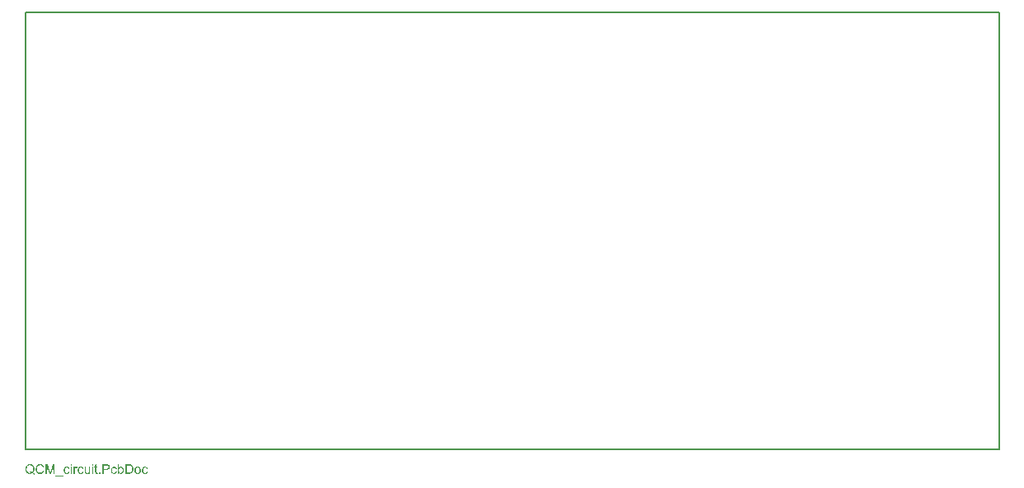
<source format=gm1>
G04*
G04 #@! TF.GenerationSoftware,Altium Limited,Altium Designer,26.1.1 (7)*
G04*
G04 Layer_Color=16711935*
%FSLAX44Y44*%
%MOMM*%
G71*
G04*
G04 #@! TF.SameCoordinates,A118C6E1-3479-42CE-8D72-1BDF69DDE12E*
G04*
G04*
G04 #@! TF.FilePolarity,Positive*
G04*
G01*
G75*
%ADD10C,0.2000*%
G36*
X69696Y-16612D02*
X68497D01*
Y-15245D01*
X69696D01*
Y-16612D01*
D02*
G37*
G36*
X47718D02*
X46520D01*
Y-15245D01*
X47718D01*
Y-16612D01*
D02*
G37*
G36*
X15521Y-15090D02*
X15648Y-15104D01*
X15803Y-15118D01*
X15958Y-15132D01*
X16141Y-15174D01*
X16522Y-15259D01*
X16945Y-15386D01*
X17156Y-15470D01*
X17353Y-15569D01*
X17551Y-15696D01*
X17748Y-15823D01*
X17762Y-15837D01*
X17790Y-15851D01*
X17847Y-15893D01*
X17917Y-15964D01*
X17988Y-16034D01*
X18087Y-16133D01*
X18185Y-16246D01*
X18298Y-16358D01*
X18411Y-16500D01*
X18523Y-16669D01*
X18650Y-16838D01*
X18763Y-17021D01*
X18862Y-17233D01*
X18975Y-17444D01*
X19059Y-17670D01*
X19144Y-17923D01*
X17875Y-18219D01*
Y-18205D01*
X17861Y-18177D01*
X17833Y-18121D01*
X17804Y-18050D01*
X17776Y-17966D01*
X17734Y-17853D01*
X17621Y-17627D01*
X17480Y-17373D01*
X17311Y-17120D01*
X17100Y-16880D01*
X16874Y-16669D01*
X16846Y-16640D01*
X16761Y-16584D01*
X16620Y-16514D01*
X16437Y-16415D01*
X16198Y-16330D01*
X15930Y-16246D01*
X15605Y-16189D01*
X15253Y-16175D01*
X15140D01*
X15070Y-16189D01*
X14971D01*
X14858Y-16204D01*
X14590Y-16246D01*
X14294Y-16302D01*
X13984Y-16401D01*
X13660Y-16542D01*
X13364Y-16725D01*
X13350D01*
X13336Y-16753D01*
X13237Y-16824D01*
X13110Y-16937D01*
X12955Y-17106D01*
X12772Y-17317D01*
X12603Y-17557D01*
X12448Y-17853D01*
X12307Y-18177D01*
Y-18191D01*
X12293Y-18219D01*
X12278Y-18262D01*
X12264Y-18332D01*
X12236Y-18417D01*
X12208Y-18515D01*
X12166Y-18755D01*
X12109Y-19037D01*
X12053Y-19347D01*
X12025Y-19685D01*
X12011Y-20052D01*
Y-20066D01*
Y-20108D01*
Y-20179D01*
Y-20263D01*
X12025Y-20362D01*
Y-20489D01*
X12039Y-20630D01*
X12053Y-20785D01*
X12095Y-21123D01*
X12166Y-21490D01*
X12250Y-21856D01*
X12363Y-22223D01*
Y-22237D01*
X12377Y-22265D01*
X12405Y-22308D01*
X12434Y-22378D01*
X12518Y-22547D01*
X12645Y-22745D01*
X12800Y-22970D01*
X12997Y-23210D01*
X13223Y-23421D01*
X13491Y-23619D01*
X13505D01*
X13533Y-23633D01*
X13575Y-23661D01*
X13632Y-23689D01*
X13702Y-23717D01*
X13787Y-23760D01*
X13984Y-23844D01*
X14238Y-23929D01*
X14520Y-23999D01*
X14830Y-24056D01*
X15154Y-24070D01*
X15253D01*
X15338Y-24056D01*
X15436D01*
X15535Y-24041D01*
X15789Y-23985D01*
X16085Y-23914D01*
X16381Y-23802D01*
X16691Y-23647D01*
X16846Y-23562D01*
X16987Y-23449D01*
X17001Y-23435D01*
X17015Y-23421D01*
X17057Y-23379D01*
X17114Y-23337D01*
X17170Y-23266D01*
X17241Y-23182D01*
X17325Y-23097D01*
X17396Y-22984D01*
X17480Y-22857D01*
X17579Y-22716D01*
X17664Y-22575D01*
X17748Y-22406D01*
X17819Y-22223D01*
X17889Y-22025D01*
X17960Y-21814D01*
X18016Y-21588D01*
X19313Y-21913D01*
Y-21927D01*
X19299Y-21983D01*
X19271Y-22068D01*
X19228Y-22181D01*
X19186Y-22308D01*
X19130Y-22462D01*
X19059Y-22632D01*
X18975Y-22815D01*
X18777Y-23210D01*
X18523Y-23604D01*
X18368Y-23802D01*
X18213Y-23999D01*
X18044Y-24168D01*
X17847Y-24337D01*
X17833Y-24351D01*
X17804Y-24380D01*
X17734Y-24408D01*
X17664Y-24464D01*
X17551Y-24535D01*
X17438Y-24605D01*
X17283Y-24676D01*
X17128Y-24746D01*
X16945Y-24831D01*
X16747Y-24901D01*
X16536Y-24972D01*
X16310Y-25042D01*
X16071Y-25099D01*
X15817Y-25127D01*
X15549Y-25155D01*
X15267Y-25169D01*
X15112D01*
X14999Y-25155D01*
X14872D01*
X14717Y-25141D01*
X14548Y-25113D01*
X14351Y-25085D01*
X13942Y-25014D01*
X13519Y-24901D01*
X13096Y-24746D01*
X12899Y-24648D01*
X12701Y-24535D01*
X12687Y-24521D01*
X12659Y-24507D01*
X12603Y-24464D01*
X12546Y-24408D01*
X12462Y-24351D01*
X12363Y-24267D01*
X12250Y-24168D01*
X12138Y-24056D01*
X12025Y-23929D01*
X11898Y-23802D01*
X11644Y-23477D01*
X11405Y-23097D01*
X11193Y-22674D01*
Y-22660D01*
X11165Y-22618D01*
X11151Y-22547D01*
X11108Y-22462D01*
X11080Y-22350D01*
X11038Y-22209D01*
X10982Y-22054D01*
X10939Y-21885D01*
X10897Y-21701D01*
X10841Y-21490D01*
X10770Y-21053D01*
X10714Y-20559D01*
X10685Y-20052D01*
Y-20038D01*
Y-19981D01*
Y-19897D01*
X10700Y-19798D01*
Y-19657D01*
X10714Y-19516D01*
X10728Y-19333D01*
X10756Y-19150D01*
X10826Y-18741D01*
X10925Y-18290D01*
X11066Y-17839D01*
X11264Y-17402D01*
X11278Y-17388D01*
X11292Y-17345D01*
X11320Y-17289D01*
X11376Y-17219D01*
X11433Y-17120D01*
X11503Y-17007D01*
X11686Y-16753D01*
X11926Y-16471D01*
X12208Y-16189D01*
X12532Y-15907D01*
X12913Y-15668D01*
X12927Y-15654D01*
X12969Y-15640D01*
X13026Y-15611D01*
X13096Y-15569D01*
X13209Y-15527D01*
X13322Y-15484D01*
X13463Y-15428D01*
X13618Y-15372D01*
X13787Y-15315D01*
X13970Y-15259D01*
X14365Y-15174D01*
X14816Y-15104D01*
X15281Y-15076D01*
X15422D01*
X15521Y-15090D01*
D02*
G37*
G36*
X52370Y-17782D02*
X52525Y-17810D01*
X52709Y-17867D01*
X52906Y-17937D01*
X53132Y-18036D01*
X53371Y-18163D01*
X52934Y-19262D01*
X52920Y-19248D01*
X52864Y-19220D01*
X52779Y-19178D01*
X52666Y-19136D01*
X52540Y-19093D01*
X52385Y-19051D01*
X52229Y-19023D01*
X52074Y-19009D01*
X52004D01*
X51933Y-19023D01*
X51835Y-19037D01*
X51736Y-19065D01*
X51609Y-19108D01*
X51482Y-19164D01*
X51370Y-19248D01*
X51355Y-19262D01*
X51313Y-19291D01*
X51271Y-19347D01*
X51200Y-19418D01*
X51130Y-19516D01*
X51059Y-19629D01*
X50989Y-19756D01*
X50932Y-19911D01*
X50918Y-19939D01*
X50904Y-20024D01*
X50876Y-20151D01*
X50834Y-20320D01*
X50792Y-20531D01*
X50763Y-20771D01*
X50749Y-21025D01*
X50735Y-21307D01*
Y-25000D01*
X49537D01*
Y-17923D01*
X50622D01*
Y-18995D01*
X50636Y-18981D01*
X50693Y-18882D01*
X50763Y-18755D01*
X50876Y-18600D01*
X50989Y-18445D01*
X51116Y-18276D01*
X51243Y-18135D01*
X51370Y-18022D01*
X51384Y-18008D01*
X51426Y-17980D01*
X51510Y-17937D01*
X51595Y-17895D01*
X51708Y-17853D01*
X51849Y-17810D01*
X51990Y-17782D01*
X52145Y-17768D01*
X52243D01*
X52370Y-17782D01*
D02*
G37*
G36*
X123095D02*
X123180D01*
X123292Y-17796D01*
X123560Y-17839D01*
X123856Y-17909D01*
X124166Y-18022D01*
X124476Y-18163D01*
X124773Y-18360D01*
X124787D01*
X124801Y-18389D01*
X124885Y-18473D01*
X125012Y-18600D01*
X125167Y-18783D01*
X125322Y-19009D01*
X125477Y-19291D01*
X125618Y-19615D01*
X125717Y-19996D01*
X124547Y-20179D01*
Y-20165D01*
X124533Y-20151D01*
X124519Y-20066D01*
X124476Y-19939D01*
X124406Y-19784D01*
X124335Y-19615D01*
X124223Y-19432D01*
X124096Y-19262D01*
X123955Y-19122D01*
X123941Y-19108D01*
X123884Y-19065D01*
X123786Y-19009D01*
X123673Y-18938D01*
X123518Y-18868D01*
X123349Y-18811D01*
X123151Y-18769D01*
X122940Y-18755D01*
X122855D01*
X122785Y-18769D01*
X122630Y-18783D01*
X122418Y-18840D01*
X122193Y-18910D01*
X121939Y-19023D01*
X121699Y-19192D01*
X121587Y-19291D01*
X121474Y-19404D01*
Y-19418D01*
X121446Y-19432D01*
X121418Y-19474D01*
X121389Y-19530D01*
X121347Y-19601D01*
X121291Y-19685D01*
X121248Y-19784D01*
X121192Y-19897D01*
X121136Y-20038D01*
X121093Y-20193D01*
X121037Y-20362D01*
X120995Y-20545D01*
X120966Y-20743D01*
X120938Y-20968D01*
X120910Y-21208D01*
Y-21462D01*
Y-21476D01*
Y-21518D01*
Y-21603D01*
X120924Y-21687D01*
Y-21814D01*
X120938Y-21941D01*
X120981Y-22251D01*
X121037Y-22589D01*
X121136Y-22942D01*
X121262Y-23252D01*
X121347Y-23407D01*
X121446Y-23534D01*
X121474Y-23562D01*
X121544Y-23633D01*
X121671Y-23731D01*
X121826Y-23844D01*
X122038Y-23971D01*
X122277Y-24070D01*
X122559Y-24140D01*
X122714Y-24154D01*
X122870Y-24168D01*
X122898D01*
X122982Y-24154D01*
X123123Y-24140D01*
X123278Y-24112D01*
X123462Y-24070D01*
X123659Y-23985D01*
X123856Y-23886D01*
X124039Y-23745D01*
X124068Y-23731D01*
X124110Y-23661D01*
X124195Y-23562D01*
X124293Y-23407D01*
X124392Y-23224D01*
X124505Y-22998D01*
X124589Y-22716D01*
X124646Y-22406D01*
X125830Y-22561D01*
Y-22575D01*
X125816Y-22618D01*
X125802Y-22674D01*
X125787Y-22759D01*
X125759Y-22871D01*
X125731Y-22984D01*
X125632Y-23266D01*
X125506Y-23562D01*
X125322Y-23886D01*
X125097Y-24197D01*
X124970Y-24337D01*
X124829Y-24478D01*
X124815Y-24492D01*
X124787Y-24507D01*
X124744Y-24535D01*
X124688Y-24577D01*
X124618Y-24634D01*
X124519Y-24690D01*
X124406Y-24746D01*
X124293Y-24817D01*
X124011Y-24944D01*
X123673Y-25042D01*
X123307Y-25127D01*
X123095Y-25141D01*
X122884Y-25155D01*
X122743D01*
X122644Y-25141D01*
X122517Y-25127D01*
X122376Y-25099D01*
X122221Y-25071D01*
X122052Y-25042D01*
X121671Y-24929D01*
X121488Y-24845D01*
X121291Y-24760D01*
X121093Y-24648D01*
X120910Y-24521D01*
X120727Y-24380D01*
X120557Y-24211D01*
X120543Y-24197D01*
X120515Y-24168D01*
X120473Y-24112D01*
X120417Y-24041D01*
X120360Y-23943D01*
X120276Y-23816D01*
X120205Y-23675D01*
X120120Y-23520D01*
X120036Y-23337D01*
X119965Y-23125D01*
X119881Y-22914D01*
X119824Y-22660D01*
X119768Y-22406D01*
X119726Y-22110D01*
X119698Y-21814D01*
X119684Y-21490D01*
Y-21476D01*
Y-21433D01*
Y-21377D01*
Y-21293D01*
X119698Y-21194D01*
Y-21081D01*
X119712Y-20954D01*
X119726Y-20813D01*
X119768Y-20503D01*
X119839Y-20165D01*
X119923Y-19826D01*
X120050Y-19488D01*
Y-19474D01*
X120064Y-19446D01*
X120092Y-19404D01*
X120120Y-19347D01*
X120205Y-19192D01*
X120332Y-19009D01*
X120501Y-18797D01*
X120698Y-18586D01*
X120938Y-18374D01*
X121206Y-18205D01*
X121220D01*
X121248Y-18191D01*
X121291Y-18163D01*
X121347Y-18135D01*
X121418Y-18107D01*
X121502Y-18064D01*
X121713Y-17980D01*
X121953Y-17909D01*
X122249Y-17839D01*
X122559Y-17782D01*
X122898Y-17768D01*
X123010D01*
X123095Y-17782D01*
D02*
G37*
G36*
X91264D02*
X91349D01*
X91461Y-17796D01*
X91729Y-17839D01*
X92025Y-17909D01*
X92335Y-18022D01*
X92646Y-18163D01*
X92942Y-18360D01*
X92956D01*
X92970Y-18389D01*
X93054Y-18473D01*
X93181Y-18600D01*
X93336Y-18783D01*
X93491Y-19009D01*
X93646Y-19291D01*
X93787Y-19615D01*
X93886Y-19996D01*
X92716Y-20179D01*
Y-20165D01*
X92702Y-20151D01*
X92688Y-20066D01*
X92646Y-19939D01*
X92575Y-19784D01*
X92505Y-19615D01*
X92392Y-19432D01*
X92265Y-19262D01*
X92124Y-19122D01*
X92110Y-19108D01*
X92053Y-19065D01*
X91955Y-19009D01*
X91842Y-18938D01*
X91687Y-18868D01*
X91518Y-18811D01*
X91320Y-18769D01*
X91109Y-18755D01*
X91024D01*
X90954Y-18769D01*
X90799Y-18783D01*
X90587Y-18840D01*
X90362Y-18910D01*
X90108Y-19023D01*
X89868Y-19192D01*
X89756Y-19291D01*
X89643Y-19404D01*
Y-19418D01*
X89615Y-19432D01*
X89586Y-19474D01*
X89558Y-19530D01*
X89516Y-19601D01*
X89460Y-19685D01*
X89417Y-19784D01*
X89361Y-19897D01*
X89305Y-20038D01*
X89262Y-20193D01*
X89206Y-20362D01*
X89164Y-20545D01*
X89135Y-20743D01*
X89107Y-20968D01*
X89079Y-21208D01*
Y-21462D01*
Y-21476D01*
Y-21518D01*
Y-21603D01*
X89093Y-21687D01*
Y-21814D01*
X89107Y-21941D01*
X89149Y-22251D01*
X89206Y-22589D01*
X89305Y-22942D01*
X89431Y-23252D01*
X89516Y-23407D01*
X89615Y-23534D01*
X89643Y-23562D01*
X89713Y-23633D01*
X89840Y-23731D01*
X89995Y-23844D01*
X90207Y-23971D01*
X90446Y-24070D01*
X90728Y-24140D01*
X90883Y-24154D01*
X91038Y-24168D01*
X91067D01*
X91151Y-24154D01*
X91292Y-24140D01*
X91447Y-24112D01*
X91630Y-24070D01*
X91828Y-23985D01*
X92025Y-23886D01*
X92208Y-23745D01*
X92237Y-23731D01*
X92279Y-23661D01*
X92364Y-23562D01*
X92462Y-23407D01*
X92561Y-23224D01*
X92674Y-22998D01*
X92758Y-22716D01*
X92815Y-22406D01*
X93999Y-22561D01*
Y-22575D01*
X93985Y-22618D01*
X93971Y-22674D01*
X93956Y-22759D01*
X93928Y-22871D01*
X93900Y-22984D01*
X93801Y-23266D01*
X93675Y-23562D01*
X93491Y-23886D01*
X93266Y-24197D01*
X93139Y-24337D01*
X92998Y-24478D01*
X92984Y-24492D01*
X92956Y-24507D01*
X92913Y-24535D01*
X92857Y-24577D01*
X92787Y-24634D01*
X92688Y-24690D01*
X92575Y-24746D01*
X92462Y-24817D01*
X92180Y-24944D01*
X91842Y-25042D01*
X91475Y-25127D01*
X91264Y-25141D01*
X91053Y-25155D01*
X90912D01*
X90813Y-25141D01*
X90686Y-25127D01*
X90545Y-25099D01*
X90390Y-25071D01*
X90221Y-25042D01*
X89840Y-24929D01*
X89657Y-24845D01*
X89460Y-24760D01*
X89262Y-24648D01*
X89079Y-24521D01*
X88896Y-24380D01*
X88727Y-24211D01*
X88712Y-24197D01*
X88684Y-24168D01*
X88642Y-24112D01*
X88586Y-24041D01*
X88529Y-23943D01*
X88445Y-23816D01*
X88374Y-23675D01*
X88289Y-23520D01*
X88205Y-23337D01*
X88134Y-23125D01*
X88050Y-22914D01*
X87993Y-22660D01*
X87937Y-22406D01*
X87895Y-22110D01*
X87867Y-21814D01*
X87852Y-21490D01*
Y-21476D01*
Y-21433D01*
Y-21377D01*
Y-21293D01*
X87867Y-21194D01*
Y-21081D01*
X87881Y-20954D01*
X87895Y-20813D01*
X87937Y-20503D01*
X88008Y-20165D01*
X88092Y-19826D01*
X88219Y-19488D01*
Y-19474D01*
X88233Y-19446D01*
X88261Y-19404D01*
X88289Y-19347D01*
X88374Y-19192D01*
X88501Y-19009D01*
X88670Y-18797D01*
X88868Y-18586D01*
X89107Y-18374D01*
X89375Y-18205D01*
X89389D01*
X89417Y-18191D01*
X89460Y-18163D01*
X89516Y-18135D01*
X89586Y-18107D01*
X89671Y-18064D01*
X89882Y-17980D01*
X90122Y-17909D01*
X90418Y-17839D01*
X90728Y-17782D01*
X91067Y-17768D01*
X91179D01*
X91264Y-17782D01*
D02*
G37*
G36*
X57149D02*
X57234D01*
X57347Y-17796D01*
X57614Y-17839D01*
X57910Y-17909D01*
X58221Y-18022D01*
X58531Y-18163D01*
X58827Y-18360D01*
X58841D01*
X58855Y-18389D01*
X58940Y-18473D01*
X59066Y-18600D01*
X59222Y-18783D01*
X59377Y-19009D01*
X59532Y-19291D01*
X59673Y-19615D01*
X59771Y-19996D01*
X58601Y-20179D01*
Y-20165D01*
X58587Y-20151D01*
X58573Y-20066D01*
X58531Y-19939D01*
X58460Y-19784D01*
X58390Y-19615D01*
X58277Y-19432D01*
X58150Y-19262D01*
X58009Y-19122D01*
X57995Y-19108D01*
X57939Y-19065D01*
X57840Y-19009D01*
X57727Y-18938D01*
X57572Y-18868D01*
X57403Y-18811D01*
X57206Y-18769D01*
X56994Y-18755D01*
X56910D01*
X56839Y-18769D01*
X56684Y-18783D01*
X56473Y-18840D01*
X56247Y-18910D01*
X55993Y-19023D01*
X55754Y-19192D01*
X55641Y-19291D01*
X55528Y-19404D01*
Y-19418D01*
X55500Y-19432D01*
X55472Y-19474D01*
X55444Y-19530D01*
X55401Y-19601D01*
X55345Y-19685D01*
X55303Y-19784D01*
X55246Y-19897D01*
X55190Y-20038D01*
X55148Y-20193D01*
X55091Y-20362D01*
X55049Y-20545D01*
X55021Y-20743D01*
X54992Y-20968D01*
X54964Y-21208D01*
Y-21462D01*
Y-21476D01*
Y-21518D01*
Y-21603D01*
X54978Y-21687D01*
Y-21814D01*
X54992Y-21941D01*
X55035Y-22251D01*
X55091Y-22589D01*
X55190Y-22942D01*
X55317Y-23252D01*
X55401Y-23407D01*
X55500Y-23534D01*
X55528Y-23562D01*
X55599Y-23633D01*
X55725Y-23731D01*
X55880Y-23844D01*
X56092Y-23971D01*
X56332Y-24070D01*
X56614Y-24140D01*
X56769Y-24154D01*
X56924Y-24168D01*
X56952D01*
X57036Y-24154D01*
X57177Y-24140D01*
X57333Y-24112D01*
X57516Y-24070D01*
X57713Y-23985D01*
X57910Y-23886D01*
X58094Y-23745D01*
X58122Y-23731D01*
X58164Y-23661D01*
X58249Y-23562D01*
X58348Y-23407D01*
X58446Y-23224D01*
X58559Y-22998D01*
X58643Y-22716D01*
X58700Y-22406D01*
X59884Y-22561D01*
Y-22575D01*
X59870Y-22618D01*
X59856Y-22674D01*
X59842Y-22759D01*
X59814Y-22871D01*
X59785Y-22984D01*
X59687Y-23266D01*
X59560Y-23562D01*
X59377Y-23886D01*
X59151Y-24197D01*
X59024Y-24337D01*
X58883Y-24478D01*
X58869Y-24492D01*
X58841Y-24507D01*
X58799Y-24535D01*
X58742Y-24577D01*
X58672Y-24634D01*
X58573Y-24690D01*
X58460Y-24746D01*
X58348Y-24817D01*
X58066Y-24944D01*
X57727Y-25042D01*
X57361Y-25127D01*
X57149Y-25141D01*
X56938Y-25155D01*
X56797D01*
X56698Y-25141D01*
X56571Y-25127D01*
X56430Y-25099D01*
X56275Y-25071D01*
X56106Y-25042D01*
X55725Y-24929D01*
X55542Y-24845D01*
X55345Y-24760D01*
X55148Y-24648D01*
X54964Y-24521D01*
X54781Y-24380D01*
X54612Y-24211D01*
X54598Y-24197D01*
X54570Y-24168D01*
X54527Y-24112D01*
X54471Y-24041D01*
X54414Y-23943D01*
X54330Y-23816D01*
X54259Y-23675D01*
X54175Y-23520D01*
X54090Y-23337D01*
X54020Y-23125D01*
X53935Y-22914D01*
X53879Y-22660D01*
X53822Y-22406D01*
X53780Y-22110D01*
X53752Y-21814D01*
X53738Y-21490D01*
Y-21476D01*
Y-21433D01*
Y-21377D01*
Y-21293D01*
X53752Y-21194D01*
Y-21081D01*
X53766Y-20954D01*
X53780Y-20813D01*
X53822Y-20503D01*
X53893Y-20165D01*
X53977Y-19826D01*
X54104Y-19488D01*
Y-19474D01*
X54118Y-19446D01*
X54147Y-19404D01*
X54175Y-19347D01*
X54259Y-19192D01*
X54386Y-19009D01*
X54555Y-18797D01*
X54753Y-18586D01*
X54992Y-18374D01*
X55260Y-18205D01*
X55274D01*
X55303Y-18191D01*
X55345Y-18163D01*
X55401Y-18135D01*
X55472Y-18107D01*
X55556Y-18064D01*
X55768Y-17980D01*
X56007Y-17909D01*
X56303Y-17839D01*
X56614Y-17782D01*
X56952Y-17768D01*
X57065D01*
X57149Y-17782D01*
D02*
G37*
G36*
X42756D02*
X42841D01*
X42954Y-17796D01*
X43221Y-17839D01*
X43517Y-17909D01*
X43828Y-18022D01*
X44138Y-18163D01*
X44434Y-18360D01*
X44448D01*
X44462Y-18389D01*
X44546Y-18473D01*
X44673Y-18600D01*
X44829Y-18783D01*
X44984Y-19009D01*
X45139Y-19291D01*
X45280Y-19615D01*
X45378Y-19996D01*
X44208Y-20179D01*
Y-20165D01*
X44194Y-20151D01*
X44180Y-20066D01*
X44138Y-19939D01*
X44067Y-19784D01*
X43997Y-19615D01*
X43884Y-19432D01*
X43757Y-19262D01*
X43616Y-19122D01*
X43602Y-19108D01*
X43546Y-19065D01*
X43447Y-19009D01*
X43334Y-18938D01*
X43179Y-18868D01*
X43010Y-18811D01*
X42813Y-18769D01*
X42601Y-18755D01*
X42517D01*
X42446Y-18769D01*
X42291Y-18783D01*
X42080Y-18840D01*
X41854Y-18910D01*
X41600Y-19023D01*
X41361Y-19192D01*
X41248Y-19291D01*
X41135Y-19404D01*
Y-19418D01*
X41107Y-19432D01*
X41079Y-19474D01*
X41051Y-19530D01*
X41008Y-19601D01*
X40952Y-19685D01*
X40910Y-19784D01*
X40853Y-19897D01*
X40797Y-20038D01*
X40754Y-20193D01*
X40698Y-20362D01*
X40656Y-20545D01*
X40628Y-20743D01*
X40599Y-20968D01*
X40571Y-21208D01*
Y-21462D01*
Y-21476D01*
Y-21518D01*
Y-21603D01*
X40585Y-21687D01*
Y-21814D01*
X40599Y-21941D01*
X40642Y-22251D01*
X40698Y-22589D01*
X40797Y-22942D01*
X40924Y-23252D01*
X41008Y-23407D01*
X41107Y-23534D01*
X41135Y-23562D01*
X41206Y-23633D01*
X41332Y-23731D01*
X41487Y-23844D01*
X41699Y-23971D01*
X41939Y-24070D01*
X42221Y-24140D01*
X42376Y-24154D01*
X42531Y-24168D01*
X42559D01*
X42643Y-24154D01*
X42784Y-24140D01*
X42940Y-24112D01*
X43123Y-24070D01*
X43320Y-23985D01*
X43517Y-23886D01*
X43701Y-23745D01*
X43729Y-23731D01*
X43771Y-23661D01*
X43856Y-23562D01*
X43954Y-23407D01*
X44053Y-23224D01*
X44166Y-22998D01*
X44250Y-22716D01*
X44307Y-22406D01*
X45491Y-22561D01*
Y-22575D01*
X45477Y-22618D01*
X45463Y-22674D01*
X45449Y-22759D01*
X45420Y-22871D01*
X45392Y-22984D01*
X45294Y-23266D01*
X45167Y-23562D01*
X44984Y-23886D01*
X44758Y-24197D01*
X44631Y-24337D01*
X44490Y-24478D01*
X44476Y-24492D01*
X44448Y-24507D01*
X44405Y-24535D01*
X44349Y-24577D01*
X44279Y-24634D01*
X44180Y-24690D01*
X44067Y-24746D01*
X43954Y-24817D01*
X43672Y-24944D01*
X43334Y-25042D01*
X42968Y-25127D01*
X42756Y-25141D01*
X42545Y-25155D01*
X42404D01*
X42305Y-25141D01*
X42178Y-25127D01*
X42037Y-25099D01*
X41882Y-25071D01*
X41713Y-25042D01*
X41332Y-24929D01*
X41149Y-24845D01*
X40952Y-24760D01*
X40754Y-24648D01*
X40571Y-24521D01*
X40388Y-24380D01*
X40219Y-24211D01*
X40205Y-24197D01*
X40176Y-24168D01*
X40134Y-24112D01*
X40078Y-24041D01*
X40021Y-23943D01*
X39937Y-23816D01*
X39866Y-23675D01*
X39782Y-23520D01*
X39697Y-23337D01*
X39627Y-23125D01*
X39542Y-22914D01*
X39486Y-22660D01*
X39429Y-22406D01*
X39387Y-22110D01*
X39359Y-21814D01*
X39345Y-21490D01*
Y-21476D01*
Y-21433D01*
Y-21377D01*
Y-21293D01*
X39359Y-21194D01*
Y-21081D01*
X39373Y-20954D01*
X39387Y-20813D01*
X39429Y-20503D01*
X39500Y-20165D01*
X39584Y-19826D01*
X39711Y-19488D01*
Y-19474D01*
X39725Y-19446D01*
X39753Y-19404D01*
X39782Y-19347D01*
X39866Y-19192D01*
X39993Y-19009D01*
X40162Y-18797D01*
X40360Y-18586D01*
X40599Y-18374D01*
X40867Y-18205D01*
X40881D01*
X40910Y-18191D01*
X40952Y-18163D01*
X41008Y-18135D01*
X41079Y-18107D01*
X41163Y-18064D01*
X41375Y-17980D01*
X41614Y-17909D01*
X41910Y-17839D01*
X42221Y-17782D01*
X42559Y-17768D01*
X42672D01*
X42756Y-17782D01*
D02*
G37*
G36*
X30168Y-25000D02*
X28927D01*
Y-16838D01*
X26079Y-25000D01*
X24924D01*
X22104Y-16697D01*
Y-25000D01*
X20864D01*
Y-15245D01*
X22795D01*
X25107Y-22167D01*
Y-22181D01*
X25121Y-22209D01*
X25135Y-22251D01*
X25163Y-22322D01*
X25220Y-22491D01*
X25290Y-22702D01*
X25361Y-22942D01*
X25445Y-23182D01*
X25516Y-23407D01*
X25572Y-23604D01*
X25586Y-23576D01*
X25600Y-23506D01*
X25642Y-23379D01*
X25699Y-23210D01*
X25769Y-22984D01*
X25868Y-22716D01*
X25967Y-22406D01*
X26093Y-22040D01*
X28434Y-15245D01*
X30168D01*
Y-25000D01*
D02*
G37*
G36*
X66622D02*
X65551D01*
Y-23971D01*
X65537Y-23985D01*
X65509Y-24027D01*
X65466Y-24084D01*
X65396Y-24154D01*
X65311Y-24239D01*
X65213Y-24351D01*
X65100Y-24450D01*
X64959Y-24563D01*
X64804Y-24676D01*
X64635Y-24774D01*
X64451Y-24873D01*
X64254Y-24972D01*
X64029Y-25042D01*
X63803Y-25099D01*
X63549Y-25141D01*
X63295Y-25155D01*
X63197D01*
X63070Y-25141D01*
X62915Y-25127D01*
X62732Y-25099D01*
X62534Y-25056D01*
X62337Y-25000D01*
X62126Y-24915D01*
X62097Y-24901D01*
X62041Y-24873D01*
X61942Y-24817D01*
X61829Y-24746D01*
X61688Y-24662D01*
X61562Y-24563D01*
X61435Y-24450D01*
X61322Y-24323D01*
X61308Y-24309D01*
X61280Y-24253D01*
X61237Y-24182D01*
X61181Y-24070D01*
X61111Y-23943D01*
X61054Y-23788D01*
X60998Y-23619D01*
X60955Y-23435D01*
Y-23421D01*
X60941Y-23365D01*
X60927Y-23280D01*
Y-23167D01*
X60913Y-22998D01*
X60899Y-22815D01*
X60885Y-22575D01*
Y-22308D01*
Y-17923D01*
X62083D01*
Y-21856D01*
Y-21871D01*
Y-21899D01*
Y-21941D01*
Y-22011D01*
Y-22167D01*
X62097Y-22364D01*
Y-22575D01*
X62111Y-22787D01*
X62126Y-22970D01*
X62154Y-23125D01*
Y-23139D01*
X62182Y-23196D01*
X62210Y-23280D01*
X62252Y-23393D01*
X62323Y-23506D01*
X62407Y-23633D01*
X62506Y-23745D01*
X62633Y-23858D01*
X62647Y-23872D01*
X62703Y-23900D01*
X62774Y-23943D01*
X62887Y-23985D01*
X63014Y-24041D01*
X63169Y-24084D01*
X63338Y-24112D01*
X63535Y-24126D01*
X63634D01*
X63733Y-24112D01*
X63859Y-24098D01*
X64015Y-24056D01*
X64184Y-24013D01*
X64367Y-23943D01*
X64550Y-23858D01*
X64578Y-23844D01*
X64635Y-23802D01*
X64719Y-23745D01*
X64818Y-23661D01*
X64931Y-23548D01*
X65044Y-23421D01*
X65142Y-23280D01*
X65227Y-23111D01*
X65241Y-23083D01*
X65255Y-23026D01*
X65283Y-22914D01*
X65325Y-22759D01*
X65368Y-22561D01*
X65396Y-22322D01*
X65410Y-22040D01*
X65424Y-21715D01*
Y-17923D01*
X66622D01*
Y-25000D01*
D02*
G37*
G36*
X106771Y-15259D02*
X107053Y-15273D01*
X107335Y-15301D01*
X107617Y-15344D01*
X107856Y-15386D01*
X107870D01*
X107898Y-15400D01*
X107941D01*
X107997Y-15428D01*
X108152Y-15470D01*
X108350Y-15541D01*
X108575Y-15640D01*
X108815Y-15767D01*
X109054Y-15907D01*
X109280Y-16091D01*
X109294Y-16105D01*
X109308Y-16119D01*
X109350Y-16161D01*
X109407Y-16204D01*
X109548Y-16344D01*
X109717Y-16542D01*
X109900Y-16781D01*
X110098Y-17063D01*
X110281Y-17388D01*
X110436Y-17754D01*
Y-17768D01*
X110450Y-17796D01*
X110478Y-17853D01*
X110492Y-17937D01*
X110535Y-18036D01*
X110563Y-18149D01*
X110591Y-18276D01*
X110633Y-18431D01*
X110675Y-18586D01*
X110704Y-18769D01*
X110774Y-19164D01*
X110816Y-19601D01*
X110831Y-20080D01*
Y-20094D01*
Y-20122D01*
Y-20193D01*
Y-20263D01*
X110816Y-20362D01*
Y-20475D01*
X110802Y-20743D01*
X110760Y-21053D01*
X110718Y-21377D01*
X110647Y-21715D01*
X110563Y-22054D01*
Y-22068D01*
X110549Y-22096D01*
X110535Y-22138D01*
X110520Y-22195D01*
X110464Y-22350D01*
X110379Y-22547D01*
X110295Y-22773D01*
X110182Y-22998D01*
X110041Y-23238D01*
X109900Y-23463D01*
X109886Y-23492D01*
X109830Y-23562D01*
X109745Y-23661D01*
X109632Y-23788D01*
X109506Y-23929D01*
X109350Y-24070D01*
X109195Y-24225D01*
X109012Y-24351D01*
X108984Y-24366D01*
X108927Y-24408D01*
X108829Y-24464D01*
X108688Y-24535D01*
X108519Y-24619D01*
X108321Y-24690D01*
X108096Y-24774D01*
X107842Y-24845D01*
X107814D01*
X107772Y-24859D01*
X107729Y-24873D01*
X107588Y-24887D01*
X107391Y-24915D01*
X107165Y-24944D01*
X106898Y-24972D01*
X106601Y-24986D01*
X106277Y-25000D01*
X102767D01*
Y-15245D01*
X106517D01*
X106771Y-15259D01*
D02*
G37*
G36*
X83482D02*
X83722Y-15273D01*
X83976Y-15287D01*
X84215Y-15315D01*
X84427Y-15344D01*
X84455D01*
X84554Y-15372D01*
X84681Y-15400D01*
X84850Y-15442D01*
X85033Y-15513D01*
X85231Y-15597D01*
X85442Y-15696D01*
X85625Y-15809D01*
X85653Y-15823D01*
X85710Y-15865D01*
X85794Y-15950D01*
X85907Y-16048D01*
X86034Y-16175D01*
X86161Y-16344D01*
X86302Y-16528D01*
X86415Y-16739D01*
X86429Y-16767D01*
X86457Y-16838D01*
X86513Y-16965D01*
X86570Y-17134D01*
X86612Y-17331D01*
X86668Y-17557D01*
X86697Y-17810D01*
X86711Y-18078D01*
Y-18092D01*
Y-18135D01*
Y-18191D01*
X86697Y-18290D01*
X86683Y-18389D01*
X86668Y-18515D01*
X86640Y-18656D01*
X86612Y-18811D01*
X86513Y-19136D01*
X86457Y-19305D01*
X86372Y-19488D01*
X86274Y-19671D01*
X86175Y-19841D01*
X86048Y-20010D01*
X85907Y-20179D01*
X85893Y-20193D01*
X85865Y-20221D01*
X85822Y-20263D01*
X85752Y-20306D01*
X85667Y-20376D01*
X85555Y-20447D01*
X85414Y-20531D01*
X85259Y-20602D01*
X85075Y-20686D01*
X84864Y-20771D01*
X84638Y-20841D01*
X84370Y-20898D01*
X84089Y-20954D01*
X83778Y-20996D01*
X83426Y-21025D01*
X83060Y-21039D01*
X80564D01*
Y-25000D01*
X79267D01*
Y-15245D01*
X83271D01*
X83482Y-15259D01*
D02*
G37*
G36*
X77026Y-25000D02*
X75659D01*
Y-23633D01*
X77026D01*
Y-25000D01*
D02*
G37*
G36*
X69696D02*
X68497D01*
Y-17923D01*
X69696D01*
Y-25000D01*
D02*
G37*
G36*
X47718D02*
X46520D01*
Y-17923D01*
X47718D01*
Y-25000D01*
D02*
G37*
G36*
X72924Y-17923D02*
X74136D01*
Y-18854D01*
X72924D01*
Y-23012D01*
Y-23040D01*
Y-23097D01*
Y-23182D01*
X72938Y-23280D01*
X72952Y-23506D01*
X72966Y-23604D01*
X72980Y-23675D01*
X72994Y-23703D01*
X73037Y-23760D01*
X73093Y-23830D01*
X73192Y-23900D01*
X73220Y-23914D01*
X73290Y-23943D01*
X73417Y-23971D01*
X73600Y-23985D01*
X73741D01*
X73812Y-23971D01*
X73911D01*
X74023Y-23957D01*
X74136Y-23943D01*
X74291Y-25000D01*
X74263D01*
X74207Y-25014D01*
X74108Y-25028D01*
X73981Y-25042D01*
X73840Y-25071D01*
X73685Y-25085D01*
X73375Y-25099D01*
X73262D01*
X73149Y-25085D01*
X73008Y-25071D01*
X72839Y-25056D01*
X72670Y-25014D01*
X72515Y-24972D01*
X72360Y-24901D01*
X72346Y-24887D01*
X72304Y-24859D01*
X72247Y-24817D01*
X72162Y-24746D01*
X72092Y-24676D01*
X72007Y-24577D01*
X71923Y-24478D01*
X71866Y-24351D01*
Y-24337D01*
X71838Y-24281D01*
X71824Y-24182D01*
X71796Y-24041D01*
X71768Y-23858D01*
X71754Y-23745D01*
Y-23619D01*
X71740Y-23463D01*
X71726Y-23308D01*
Y-23139D01*
Y-22942D01*
Y-18854D01*
X70837D01*
Y-17923D01*
X71726D01*
Y-16175D01*
X72924Y-15456D01*
Y-17923D01*
D02*
G37*
G36*
X115553Y-17782D02*
X115680Y-17796D01*
X115821Y-17825D01*
X115976Y-17853D01*
X116159Y-17881D01*
X116540Y-18008D01*
X116737Y-18078D01*
X116935Y-18177D01*
X117132Y-18276D01*
X117329Y-18417D01*
X117513Y-18558D01*
X117696Y-18727D01*
X117710Y-18741D01*
X117738Y-18769D01*
X117780Y-18826D01*
X117837Y-18896D01*
X117907Y-18995D01*
X117992Y-19122D01*
X118076Y-19262D01*
X118161Y-19418D01*
X118246Y-19587D01*
X118330Y-19798D01*
X118415Y-20010D01*
X118485Y-20249D01*
X118542Y-20503D01*
X118584Y-20771D01*
X118612Y-21053D01*
X118626Y-21363D01*
Y-21377D01*
Y-21419D01*
Y-21490D01*
Y-21588D01*
X118612Y-21701D01*
X118598Y-21842D01*
Y-21983D01*
X118570Y-22138D01*
X118528Y-22491D01*
X118443Y-22843D01*
X118344Y-23196D01*
X118203Y-23520D01*
Y-23534D01*
X118189Y-23548D01*
X118161Y-23590D01*
X118133Y-23647D01*
X118034Y-23788D01*
X117907Y-23957D01*
X117738Y-24154D01*
X117527Y-24351D01*
X117287Y-24549D01*
X117005Y-24732D01*
X116991D01*
X116977Y-24746D01*
X116935Y-24774D01*
X116864Y-24803D01*
X116794Y-24831D01*
X116709Y-24859D01*
X116498Y-24944D01*
X116258Y-25014D01*
X115962Y-25085D01*
X115652Y-25141D01*
X115314Y-25155D01*
X115173D01*
X115060Y-25141D01*
X114933Y-25127D01*
X114792Y-25099D01*
X114623Y-25071D01*
X114453Y-25042D01*
X114073Y-24929D01*
X113862Y-24845D01*
X113664Y-24760D01*
X113467Y-24648D01*
X113269Y-24521D01*
X113086Y-24380D01*
X112903Y-24211D01*
X112889Y-24197D01*
X112861Y-24168D01*
X112818Y-24112D01*
X112762Y-24027D01*
X112691Y-23929D01*
X112621Y-23816D01*
X112536Y-23675D01*
X112452Y-23506D01*
X112367Y-23323D01*
X112283Y-23111D01*
X112212Y-22885D01*
X112142Y-22646D01*
X112085Y-22378D01*
X112043Y-22096D01*
X112015Y-21786D01*
X112001Y-21462D01*
Y-21433D01*
Y-21377D01*
X112015Y-21278D01*
Y-21137D01*
X112029Y-20982D01*
X112057Y-20785D01*
X112085Y-20588D01*
X112142Y-20362D01*
X112198Y-20136D01*
X112268Y-19897D01*
X112353Y-19643D01*
X112466Y-19404D01*
X112579Y-19178D01*
X112734Y-18952D01*
X112889Y-18741D01*
X113086Y-18558D01*
X113100Y-18544D01*
X113128Y-18529D01*
X113185Y-18487D01*
X113255Y-18431D01*
X113340Y-18374D01*
X113453Y-18304D01*
X113565Y-18233D01*
X113706Y-18163D01*
X113862Y-18092D01*
X114031Y-18022D01*
X114411Y-17895D01*
X114848Y-17796D01*
X115074Y-17782D01*
X115314Y-17768D01*
X115454D01*
X115553Y-17782D01*
D02*
G37*
G36*
X96198Y-18727D02*
X96212Y-18713D01*
X96226Y-18685D01*
X96268Y-18642D01*
X96339Y-18572D01*
X96409Y-18501D01*
X96494Y-18417D01*
X96607Y-18332D01*
X96720Y-18247D01*
X97001Y-18064D01*
X97326Y-17923D01*
X97509Y-17853D01*
X97706Y-17810D01*
X97918Y-17782D01*
X98129Y-17768D01*
X98242D01*
X98369Y-17782D01*
X98524Y-17796D01*
X98707Y-17839D01*
X98919Y-17881D01*
X99144Y-17952D01*
X99356Y-18036D01*
X99384Y-18050D01*
X99454Y-18078D01*
X99567Y-18149D01*
X99694Y-18233D01*
X99849Y-18332D01*
X100004Y-18459D01*
X100173Y-18614D01*
X100314Y-18783D01*
X100328Y-18797D01*
X100371Y-18868D01*
X100441Y-18966D01*
X100526Y-19093D01*
X100624Y-19262D01*
X100723Y-19460D01*
X100822Y-19685D01*
X100906Y-19925D01*
Y-19939D01*
X100920Y-19953D01*
X100934Y-19996D01*
X100949Y-20038D01*
X100977Y-20179D01*
X101019Y-20362D01*
X101061Y-20573D01*
X101104Y-20813D01*
X101118Y-21081D01*
X101132Y-21363D01*
Y-21377D01*
Y-21448D01*
Y-21532D01*
X101118Y-21659D01*
X101104Y-21814D01*
X101090Y-21983D01*
X101061Y-22181D01*
X101019Y-22392D01*
X100906Y-22843D01*
X100836Y-23083D01*
X100751Y-23308D01*
X100653Y-23548D01*
X100526Y-23760D01*
X100385Y-23971D01*
X100230Y-24168D01*
X100216Y-24182D01*
X100187Y-24211D01*
X100145Y-24253D01*
X100075Y-24323D01*
X99976Y-24394D01*
X99877Y-24478D01*
X99764Y-24563D01*
X99623Y-24662D01*
X99468Y-24746D01*
X99313Y-24845D01*
X98933Y-25000D01*
X98735Y-25071D01*
X98524Y-25113D01*
X98298Y-25141D01*
X98073Y-25155D01*
X98016D01*
X97946Y-25141D01*
X97861D01*
X97763Y-25127D01*
X97636Y-25099D01*
X97354Y-25028D01*
X97199Y-24972D01*
X97044Y-24901D01*
X96875Y-24817D01*
X96720Y-24718D01*
X96550Y-24591D01*
X96395Y-24450D01*
X96254Y-24295D01*
X96113Y-24112D01*
Y-25000D01*
X95000D01*
Y-15245D01*
X96198D01*
Y-18727D01*
D02*
G37*
G36*
X4892Y-15090D02*
X5019D01*
X5145Y-15104D01*
X5315Y-15132D01*
X5484Y-15160D01*
X5850Y-15231D01*
X6273Y-15344D01*
X6682Y-15513D01*
X6893Y-15611D01*
X7105Y-15724D01*
X7119Y-15738D01*
X7147Y-15752D01*
X7204Y-15795D01*
X7288Y-15837D01*
X7373Y-15907D01*
X7485Y-15992D01*
X7725Y-16189D01*
X7979Y-16443D01*
X8261Y-16753D01*
X8529Y-17120D01*
X8754Y-17529D01*
Y-17543D01*
X8782Y-17585D01*
X8811Y-17641D01*
X8839Y-17726D01*
X8895Y-17839D01*
X8938Y-17966D01*
X8994Y-18121D01*
X9050Y-18290D01*
X9093Y-18473D01*
X9149Y-18670D01*
X9205Y-18882D01*
X9248Y-19108D01*
X9304Y-19601D01*
X9332Y-20122D01*
Y-20136D01*
Y-20179D01*
Y-20235D01*
Y-20320D01*
X9318Y-20433D01*
Y-20559D01*
X9304Y-20700D01*
X9290Y-20841D01*
X9248Y-21180D01*
X9177Y-21546D01*
X9093Y-21927D01*
X8966Y-22293D01*
Y-22308D01*
X8952Y-22336D01*
X8923Y-22392D01*
X8895Y-22448D01*
X8853Y-22533D01*
X8811Y-22632D01*
X8698Y-22857D01*
X8543Y-23125D01*
X8345Y-23407D01*
X8120Y-23689D01*
X7866Y-23971D01*
X7880D01*
X7908Y-23999D01*
X7951Y-24027D01*
X8021Y-24070D01*
X8092Y-24126D01*
X8190Y-24182D01*
X8402Y-24309D01*
X8656Y-24464D01*
X8938Y-24619D01*
X9233Y-24746D01*
X9516Y-24873D01*
X9135Y-25761D01*
X9121D01*
X9093Y-25747D01*
X9036Y-25719D01*
X8952Y-25691D01*
X8853Y-25649D01*
X8740Y-25592D01*
X8613Y-25536D01*
X8472Y-25465D01*
X8162Y-25296D01*
X7810Y-25099D01*
X7429Y-24845D01*
X7034Y-24563D01*
X7020D01*
X6992Y-24591D01*
X6922Y-24619D01*
X6851Y-24662D01*
X6738Y-24704D01*
X6626Y-24760D01*
X6485Y-24803D01*
X6330Y-24859D01*
X6160Y-24915D01*
X5977Y-24972D01*
X5568Y-25071D01*
X5117Y-25141D01*
X4878Y-25155D01*
X4638Y-25169D01*
X4511D01*
X4412Y-25155D01*
X4300D01*
X4159Y-25141D01*
X4004Y-25113D01*
X3834Y-25085D01*
X3468Y-25014D01*
X3059Y-24901D01*
X2636Y-24746D01*
X2439Y-24648D01*
X2227Y-24535D01*
X2213Y-24521D01*
X2185Y-24507D01*
X2129Y-24464D01*
X2058Y-24422D01*
X1960Y-24351D01*
X1861Y-24267D01*
X1621Y-24070D01*
X1353Y-23816D01*
X1085Y-23506D01*
X818Y-23153D01*
X578Y-22745D01*
Y-22730D01*
X550Y-22688D01*
X522Y-22632D01*
X493Y-22547D01*
X451Y-22434D01*
X395Y-22308D01*
X338Y-22152D01*
X296Y-21983D01*
X240Y-21800D01*
X183Y-21603D01*
X141Y-21391D01*
X85Y-21151D01*
X28Y-20658D01*
X0Y-20136D01*
Y-20122D01*
Y-20066D01*
Y-19996D01*
X14Y-19897D01*
Y-19770D01*
X28Y-19615D01*
X42Y-19446D01*
X71Y-19262D01*
X141Y-18854D01*
X240Y-18417D01*
X381Y-17952D01*
X578Y-17500D01*
X592Y-17486D01*
X606Y-17444D01*
X634Y-17388D01*
X691Y-17303D01*
X747Y-17204D01*
X818Y-17092D01*
X1015Y-16824D01*
X1240Y-16542D01*
X1537Y-16246D01*
X1861Y-15950D01*
X2241Y-15696D01*
X2255Y-15682D01*
X2298Y-15668D01*
X2354Y-15640D01*
X2439Y-15597D01*
X2537Y-15555D01*
X2650Y-15499D01*
X2791Y-15442D01*
X2946Y-15386D01*
X3129Y-15330D01*
X3313Y-15273D01*
X3722Y-15174D01*
X4173Y-15104D01*
X4412Y-15076D01*
X4793D01*
X4892Y-15090D01*
D02*
G37*
G36*
X38936Y-27707D02*
X30999D01*
Y-26847D01*
X38936D01*
Y-27707D01*
D02*
G37*
%LPC*%
G36*
X106320Y-16401D02*
X104064D01*
Y-23844D01*
X106376D01*
X106475Y-23830D01*
X106686Y-23816D01*
X106926Y-23802D01*
X107179Y-23774D01*
X107433Y-23731D01*
X107645Y-23675D01*
X107673Y-23661D01*
X107743Y-23647D01*
X107842Y-23604D01*
X107969Y-23548D01*
X108110Y-23463D01*
X108251Y-23379D01*
X108392Y-23280D01*
X108533Y-23167D01*
X108547Y-23139D01*
X108603Y-23083D01*
X108688Y-22984D01*
X108786Y-22843D01*
X108899Y-22660D01*
X109026Y-22448D01*
X109139Y-22209D01*
X109238Y-21941D01*
Y-21927D01*
X109252Y-21899D01*
X109266Y-21856D01*
X109280Y-21800D01*
X109294Y-21730D01*
X109322Y-21631D01*
X109350Y-21532D01*
X109379Y-21419D01*
X109421Y-21137D01*
X109463Y-20813D01*
X109491Y-20447D01*
X109506Y-20052D01*
Y-20038D01*
Y-19981D01*
Y-19911D01*
X109491Y-19798D01*
Y-19671D01*
X109477Y-19530D01*
X109463Y-19361D01*
X109449Y-19192D01*
X109379Y-18811D01*
X109294Y-18417D01*
X109167Y-18050D01*
X109083Y-17867D01*
X108998Y-17712D01*
Y-17698D01*
X108970Y-17670D01*
X108942Y-17627D01*
X108913Y-17571D01*
X108801Y-17430D01*
X108660Y-17261D01*
X108476Y-17077D01*
X108265Y-16894D01*
X108025Y-16739D01*
X107772Y-16612D01*
X107743Y-16598D01*
X107673Y-16584D01*
X107546Y-16542D01*
X107363Y-16500D01*
X107137Y-16471D01*
X106855Y-16429D01*
X106686Y-16415D01*
X106503D01*
X106320Y-16401D01*
D02*
G37*
G36*
X83356D02*
X80564D01*
Y-19883D01*
X83186D01*
X83285Y-19869D01*
X83384D01*
X83497Y-19855D01*
X83764Y-19826D01*
X84060Y-19770D01*
X84356Y-19685D01*
X84624Y-19573D01*
X84751Y-19502D01*
X84850Y-19418D01*
X84878Y-19389D01*
X84934Y-19333D01*
X85019Y-19220D01*
X85118Y-19079D01*
X85216Y-18896D01*
X85301Y-18670D01*
X85357Y-18417D01*
X85386Y-18121D01*
Y-18107D01*
Y-18092D01*
Y-18022D01*
X85371Y-17895D01*
X85343Y-17754D01*
X85315Y-17599D01*
X85259Y-17416D01*
X85174Y-17247D01*
X85075Y-17077D01*
X85061Y-17063D01*
X85019Y-17007D01*
X84949Y-16937D01*
X84864Y-16838D01*
X84737Y-16739D01*
X84596Y-16655D01*
X84441Y-16570D01*
X84258Y-16500D01*
X84244D01*
X84187Y-16485D01*
X84103Y-16471D01*
X83990Y-16443D01*
X83821Y-16429D01*
X83609Y-16415D01*
X83356Y-16401D01*
D02*
G37*
G36*
X115314Y-18755D02*
X115229D01*
X115158Y-18769D01*
X115003Y-18783D01*
X114792Y-18840D01*
X114552Y-18924D01*
X114298Y-19037D01*
X114059Y-19206D01*
X113932Y-19319D01*
X113819Y-19432D01*
Y-19446D01*
X113791Y-19460D01*
X113763Y-19502D01*
X113721Y-19559D01*
X113678Y-19629D01*
X113636Y-19714D01*
X113580Y-19826D01*
X113523Y-19939D01*
X113467Y-20080D01*
X113410Y-20221D01*
X113368Y-20390D01*
X113326Y-20573D01*
X113284Y-20771D01*
X113255Y-20982D01*
X113241Y-21222D01*
X113227Y-21462D01*
Y-21476D01*
Y-21518D01*
Y-21588D01*
X113241Y-21687D01*
Y-21800D01*
X113255Y-21927D01*
X113298Y-22223D01*
X113368Y-22561D01*
X113481Y-22899D01*
X113622Y-23224D01*
X113721Y-23365D01*
X113819Y-23506D01*
X113833D01*
X113847Y-23534D01*
X113932Y-23604D01*
X114059Y-23717D01*
X114228Y-23830D01*
X114439Y-23957D01*
X114693Y-24070D01*
X114989Y-24140D01*
X115144Y-24154D01*
X115314Y-24168D01*
X115398D01*
X115469Y-24154D01*
X115624Y-24126D01*
X115835Y-24084D01*
X116061Y-23999D01*
X116314Y-23886D01*
X116554Y-23717D01*
X116681Y-23604D01*
X116794Y-23492D01*
X116808Y-23477D01*
X116822Y-23463D01*
X116850Y-23421D01*
X116892Y-23365D01*
X116935Y-23294D01*
X116991Y-23210D01*
X117047Y-23097D01*
X117104Y-22984D01*
X117160Y-22843D01*
X117203Y-22688D01*
X117259Y-22519D01*
X117301Y-22336D01*
X117343Y-22124D01*
X117372Y-21913D01*
X117400Y-21673D01*
Y-21419D01*
Y-21405D01*
Y-21363D01*
Y-21293D01*
X117386Y-21208D01*
Y-21095D01*
X117372Y-20968D01*
X117329Y-20672D01*
X117259Y-20362D01*
X117146Y-20024D01*
X116991Y-19714D01*
X116906Y-19559D01*
X116794Y-19432D01*
Y-19418D01*
X116765Y-19404D01*
X116681Y-19319D01*
X116554Y-19220D01*
X116385Y-19093D01*
X116173Y-18966D01*
X115920Y-18854D01*
X115638Y-18783D01*
X115483Y-18769D01*
X115314Y-18755D01*
D02*
G37*
G36*
X98157D02*
X97946D01*
X97890Y-18769D01*
X97734Y-18797D01*
X97551Y-18840D01*
X97340Y-18924D01*
X97114Y-19051D01*
X97001Y-19122D01*
X96889Y-19220D01*
X96776Y-19319D01*
X96663Y-19446D01*
Y-19460D01*
X96635Y-19474D01*
X96607Y-19516D01*
X96579Y-19573D01*
X96536Y-19643D01*
X96480Y-19728D01*
X96438Y-19826D01*
X96381Y-19939D01*
X96325Y-20080D01*
X96283Y-20221D01*
X96226Y-20390D01*
X96184Y-20559D01*
X96156Y-20757D01*
X96127Y-20968D01*
X96099Y-21180D01*
Y-21419D01*
Y-21433D01*
Y-21476D01*
Y-21546D01*
Y-21631D01*
X96113Y-21730D01*
Y-21856D01*
X96142Y-22124D01*
X96184Y-22420D01*
X96240Y-22730D01*
X96325Y-23012D01*
X96381Y-23139D01*
X96438Y-23252D01*
Y-23266D01*
X96466Y-23294D01*
X96494Y-23337D01*
X96536Y-23393D01*
X96663Y-23548D01*
X96846Y-23703D01*
X97058Y-23872D01*
X97326Y-24027D01*
X97467Y-24084D01*
X97636Y-24126D01*
X97791Y-24154D01*
X97974Y-24168D01*
X98045D01*
X98101Y-24154D01*
X98256Y-24126D01*
X98439Y-24084D01*
X98651Y-23999D01*
X98876Y-23886D01*
X99102Y-23717D01*
X99215Y-23604D01*
X99327Y-23492D01*
Y-23477D01*
X99356Y-23463D01*
X99384Y-23421D01*
X99412Y-23365D01*
X99468Y-23294D01*
X99511Y-23210D01*
X99567Y-23097D01*
X99623Y-22984D01*
X99666Y-22843D01*
X99722Y-22702D01*
X99779Y-22533D01*
X99821Y-22350D01*
X99849Y-22152D01*
X99877Y-21941D01*
X99905Y-21701D01*
Y-21462D01*
Y-21448D01*
Y-21405D01*
Y-21335D01*
X99891Y-21236D01*
Y-21123D01*
X99877Y-20982D01*
X99835Y-20686D01*
X99779Y-20362D01*
X99680Y-20010D01*
X99539Y-19699D01*
X99454Y-19545D01*
X99356Y-19418D01*
Y-19404D01*
X99327Y-19389D01*
X99257Y-19319D01*
X99144Y-19206D01*
X98989Y-19079D01*
X98792Y-18966D01*
X98566Y-18854D01*
X98298Y-18783D01*
X98157Y-18755D01*
D02*
G37*
G36*
X4666Y-16189D02*
X4525D01*
X4426Y-16204D01*
X4300Y-16218D01*
X4159Y-16246D01*
X4004Y-16274D01*
X3834Y-16316D01*
X3637Y-16373D01*
X3454Y-16429D01*
X3256Y-16514D01*
X3045Y-16612D01*
X2848Y-16725D01*
X2650Y-16866D01*
X2453Y-17007D01*
X2270Y-17190D01*
X2255Y-17204D01*
X2227Y-17233D01*
X2185Y-17289D01*
X2129Y-17373D01*
X2044Y-17472D01*
X1974Y-17599D01*
X1889Y-17754D01*
X1804Y-17923D01*
X1706Y-18121D01*
X1621Y-18346D01*
X1551Y-18586D01*
X1480Y-18854D01*
X1410Y-19136D01*
X1367Y-19446D01*
X1339Y-19784D01*
X1325Y-20136D01*
Y-20165D01*
Y-20221D01*
Y-20320D01*
X1339Y-20447D01*
X1353Y-20602D01*
X1382Y-20785D01*
X1410Y-20996D01*
X1438Y-21208D01*
X1551Y-21687D01*
X1621Y-21927D01*
X1720Y-22167D01*
X1819Y-22406D01*
X1945Y-22632D01*
X2086Y-22857D01*
X2255Y-23055D01*
X2270Y-23069D01*
X2298Y-23097D01*
X2354Y-23153D01*
X2425Y-23210D01*
X2523Y-23294D01*
X2636Y-23379D01*
X2763Y-23463D01*
X2918Y-23562D01*
X3073Y-23661D01*
X3256Y-23745D01*
X3454Y-23830D01*
X3665Y-23914D01*
X3905Y-23971D01*
X4144Y-24027D01*
X4398Y-24056D01*
X4666Y-24070D01*
X4793D01*
X4920Y-24056D01*
X5089Y-24041D01*
X5300Y-24013D01*
X5512Y-23957D01*
X5752Y-23900D01*
X5977Y-23816D01*
X5949Y-23802D01*
X5878Y-23745D01*
X5752Y-23675D01*
X5597Y-23590D01*
X5399Y-23506D01*
X5188Y-23407D01*
X4948Y-23323D01*
X4694Y-23252D01*
X5019Y-22322D01*
X5033D01*
X5075Y-22336D01*
X5131Y-22350D01*
X5202Y-22378D01*
X5300Y-22406D01*
X5413Y-22448D01*
X5667Y-22547D01*
X5963Y-22688D01*
X6273Y-22843D01*
X6569Y-23026D01*
X6865Y-23252D01*
X6879Y-23238D01*
X6922Y-23210D01*
X6978Y-23139D01*
X7049Y-23055D01*
X7133Y-22942D01*
X7232Y-22815D01*
X7330Y-22660D01*
X7443Y-22477D01*
X7542Y-22265D01*
X7641Y-22025D01*
X7739Y-21772D01*
X7824Y-21504D01*
X7908Y-21194D01*
X7965Y-20870D01*
X7993Y-20517D01*
X8007Y-20136D01*
Y-20122D01*
Y-20080D01*
Y-20024D01*
Y-19939D01*
X7993Y-19826D01*
Y-19714D01*
X7979Y-19573D01*
X7951Y-19432D01*
X7908Y-19108D01*
X7838Y-18755D01*
X7739Y-18403D01*
X7598Y-18064D01*
Y-18050D01*
X7584Y-18022D01*
X7556Y-17980D01*
X7528Y-17923D01*
X7429Y-17754D01*
X7302Y-17557D01*
X7133Y-17331D01*
X6922Y-17106D01*
X6682Y-16880D01*
X6414Y-16683D01*
X6400D01*
X6386Y-16655D01*
X6344Y-16640D01*
X6273Y-16598D01*
X6203Y-16570D01*
X6118Y-16528D01*
X5907Y-16429D01*
X5653Y-16344D01*
X5357Y-16260D01*
X5019Y-16204D01*
X4666Y-16189D01*
D02*
G37*
%LPD*%
D10*
X0Y450000D02*
X1000000D01*
Y0D02*
Y450000D01*
X0Y0D02*
X1000000D01*
X0D02*
Y450000D01*
M02*

</source>
